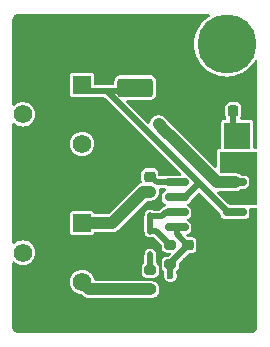
<source format=gtl>
G04 #@! TF.GenerationSoftware,KiCad,Pcbnew,8.0.1*
G04 #@! TF.CreationDate,2024-07-10T16:12:50+08:00*
G04 #@! TF.ProjectId,555Sandbox,35353553-616e-4646-926f-782e6b696361,1.0.0*
G04 #@! TF.SameCoordinates,Original*
G04 #@! TF.FileFunction,Copper,L1,Top*
G04 #@! TF.FilePolarity,Positive*
%FSLAX46Y46*%
G04 Gerber Fmt 4.6, Leading zero omitted, Abs format (unit mm)*
G04 Created by KiCad (PCBNEW 8.0.1) date 2024-07-10 16:12:50*
%MOMM*%
%LPD*%
G01*
G04 APERTURE LIST*
G04 Aperture macros list*
%AMRoundRect*
0 Rectangle with rounded corners*
0 $1 Rounding radius*
0 $2 $3 $4 $5 $6 $7 $8 $9 X,Y pos of 4 corners*
0 Add a 4 corners polygon primitive as box body*
4,1,4,$2,$3,$4,$5,$6,$7,$8,$9,$2,$3,0*
0 Add four circle primitives for the rounded corners*
1,1,$1+$1,$2,$3*
1,1,$1+$1,$4,$5*
1,1,$1+$1,$6,$7*
1,1,$1+$1,$8,$9*
0 Add four rect primitives between the rounded corners*
20,1,$1+$1,$2,$3,$4,$5,0*
20,1,$1+$1,$4,$5,$6,$7,0*
20,1,$1+$1,$6,$7,$8,$9,0*
20,1,$1+$1,$8,$9,$2,$3,0*%
G04 Aperture macros list end*
G04 #@! TA.AperFunction,SMDPad,CuDef*
%ADD10RoundRect,0.150000X0.825000X0.150000X-0.825000X0.150000X-0.825000X-0.150000X0.825000X-0.150000X0*%
G04 #@! TD*
G04 #@! TA.AperFunction,SMDPad,CuDef*
%ADD11R,2.200000X2.200000*%
G04 #@! TD*
G04 #@! TA.AperFunction,SMDPad,CuDef*
%ADD12R,2.200000X1.250000*%
G04 #@! TD*
G04 #@! TA.AperFunction,SMDPad,CuDef*
%ADD13RoundRect,0.250000X-1.250000X-0.550000X1.250000X-0.550000X1.250000X0.550000X-1.250000X0.550000X0*%
G04 #@! TD*
G04 #@! TA.AperFunction,SMDPad,CuDef*
%ADD14RoundRect,0.200000X-0.275000X0.200000X-0.275000X-0.200000X0.275000X-0.200000X0.275000X0.200000X0*%
G04 #@! TD*
G04 #@! TA.AperFunction,SMDPad,CuDef*
%ADD15RoundRect,0.225000X0.225000X0.250000X-0.225000X0.250000X-0.225000X-0.250000X0.225000X-0.250000X0*%
G04 #@! TD*
G04 #@! TA.AperFunction,SMDPad,CuDef*
%ADD16RoundRect,0.200000X0.275000X-0.200000X0.275000X0.200000X-0.275000X0.200000X-0.275000X-0.200000X0*%
G04 #@! TD*
G04 #@! TA.AperFunction,SMDPad,CuDef*
%ADD17RoundRect,0.225000X0.250000X-0.225000X0.250000X0.225000X-0.250000X0.225000X-0.250000X-0.225000X0*%
G04 #@! TD*
G04 #@! TA.AperFunction,SMDPad,CuDef*
%ADD18RoundRect,0.225000X-0.250000X0.225000X-0.250000X-0.225000X0.250000X-0.225000X0.250000X0.225000X0*%
G04 #@! TD*
G04 #@! TA.AperFunction,SMDPad,CuDef*
%ADD19RoundRect,0.112500X-0.112500X0.187500X-0.112500X-0.187500X0.112500X-0.187500X0.112500X0.187500X0*%
G04 #@! TD*
G04 #@! TA.AperFunction,ComponentPad*
%ADD20R,1.560000X1.560000*%
G04 #@! TD*
G04 #@! TA.AperFunction,ComponentPad*
%ADD21C,1.560000*%
G04 #@! TD*
G04 #@! TA.AperFunction,ComponentPad*
%ADD22C,5.000000*%
G04 #@! TD*
G04 #@! TA.AperFunction,ViaPad*
%ADD23C,0.600000*%
G04 #@! TD*
G04 #@! TA.AperFunction,Conductor*
%ADD24C,0.500000*%
G04 #@! TD*
G04 #@! TA.AperFunction,Conductor*
%ADD25C,1.000000*%
G04 #@! TD*
G04 APERTURE END LIST*
D10*
X94300000Y-85470000D03*
X94300000Y-84200000D03*
X94300000Y-82930000D03*
X94300000Y-81660000D03*
X89350000Y-81660000D03*
X89350000Y-82930000D03*
X89350000Y-84200000D03*
X89350000Y-85470000D03*
D11*
X94500000Y-77700000D03*
D12*
X94500000Y-79975000D03*
D13*
X85850000Y-73650000D03*
X90250000Y-73650000D03*
D14*
X87125000Y-89075000D03*
X87125000Y-90725000D03*
D15*
X94150000Y-75600000D03*
X92600000Y-75600000D03*
D16*
X88825000Y-88600000D03*
X88825000Y-86950000D03*
D17*
X87100000Y-81175000D03*
X87100000Y-79625000D03*
D18*
X90300000Y-86975000D03*
X90300000Y-88525000D03*
D19*
X87125000Y-82450000D03*
X87125000Y-84550000D03*
X87125000Y-85750000D03*
X87125000Y-87850000D03*
D20*
X81350000Y-73400000D03*
D21*
X76350000Y-75900000D03*
X81350000Y-78400000D03*
D22*
X93600000Y-69950000D03*
D20*
X81350000Y-85100000D03*
D21*
X76350000Y-87600000D03*
X81350000Y-90100000D03*
D23*
X95000000Y-89550000D03*
X88825000Y-89550000D03*
X87830024Y-76730024D03*
X88325000Y-77225000D03*
X89100000Y-78000000D03*
X95750000Y-86750000D03*
X94050000Y-73700000D03*
X95500000Y-75150000D03*
X94250000Y-88250000D03*
X95500000Y-73650000D03*
X95750000Y-88250000D03*
D24*
X88825000Y-89550000D02*
X88825000Y-88600000D01*
D25*
X87830024Y-76730024D02*
X88325000Y-77225000D01*
X89100000Y-78000000D02*
X88325000Y-77225000D01*
X89100000Y-78000000D02*
X92760000Y-81660000D01*
X92760000Y-81660000D02*
X94300000Y-81660000D01*
D24*
X89350000Y-86050000D02*
X89350000Y-85470000D01*
X88825000Y-88525000D02*
X90350000Y-87000000D01*
X88825000Y-88625000D02*
X88825000Y-88525000D01*
X90275000Y-86975000D02*
X89350000Y-86050000D01*
X87193502Y-81175000D02*
X86925000Y-81175000D01*
X89350000Y-81660000D02*
X87678502Y-81660000D01*
X87678502Y-81660000D02*
X87193502Y-81175000D01*
X90095000Y-82930000D02*
X91271342Y-81753658D01*
X83450000Y-73932316D02*
X93717684Y-84200000D01*
X81890000Y-73900000D02*
X81490000Y-73500000D01*
X89350000Y-82930000D02*
X90095000Y-82930000D01*
X86050000Y-74200000D02*
X85750000Y-73900000D01*
X93717684Y-84200000D02*
X94300000Y-84200000D01*
X85750000Y-73900000D02*
X81890000Y-73900000D01*
X87125000Y-84550000D02*
X87125000Y-85750000D01*
X88825000Y-86975000D02*
X88825000Y-86950000D01*
X87625000Y-85750000D02*
X87125000Y-85750000D01*
X88825000Y-86950000D02*
X87625000Y-85750000D01*
X89350000Y-84200000D02*
X88450000Y-84200000D01*
X88450000Y-84200000D02*
X88100000Y-84550000D01*
X88100000Y-84550000D02*
X87125000Y-84550000D01*
D25*
X83900000Y-85100000D02*
X81350000Y-85100000D01*
X87125000Y-82450000D02*
X86550000Y-82450000D01*
X86550000Y-82450000D02*
X83900000Y-85100000D01*
D24*
X87125000Y-87850000D02*
X87125000Y-89075000D01*
X94857684Y-82930000D02*
X94300000Y-82930000D01*
X95725000Y-79975000D02*
X95725000Y-82062684D01*
X94500000Y-79975000D02*
X95725000Y-79975000D01*
X95725000Y-82062684D02*
X94857684Y-82930000D01*
X94150000Y-75600000D02*
X94150000Y-77000000D01*
X94150000Y-77000000D02*
X94850000Y-77700000D01*
D25*
X81975000Y-90725000D02*
X87125000Y-90725000D01*
X81350000Y-90100000D02*
X81975000Y-90725000D01*
G04 #@! TA.AperFunction,Conductor*
G36*
X93374336Y-79050500D02*
G01*
X93375326Y-79050500D01*
X95625664Y-79050500D01*
X95635842Y-79050000D01*
X96075500Y-79050000D01*
X96142539Y-79069685D01*
X96188294Y-79122489D01*
X96199500Y-79174000D01*
X96199500Y-83426000D01*
X96179815Y-83493039D01*
X96127011Y-83538794D01*
X96075500Y-83550000D01*
X93826860Y-83550000D01*
X93759821Y-83530315D01*
X93739179Y-83513681D01*
X92847679Y-82622181D01*
X92814194Y-82560858D01*
X92819178Y-82491166D01*
X92861050Y-82435233D01*
X92926514Y-82410816D01*
X92935360Y-82410500D01*
X94373920Y-82410500D01*
X94471462Y-82391096D01*
X94518913Y-82381658D01*
X94655495Y-82325084D01*
X94778416Y-82242951D01*
X94778421Y-82242945D01*
X94783126Y-82239086D01*
X94784854Y-82241191D01*
X94835873Y-82213333D01*
X94862231Y-82210499D01*
X95156517Y-82210499D01*
X95156518Y-82210499D01*
X95250304Y-82195646D01*
X95363342Y-82138050D01*
X95453050Y-82048342D01*
X95510646Y-81935304D01*
X95510646Y-81935302D01*
X95510647Y-81935301D01*
X95525499Y-81841524D01*
X95525500Y-81841519D01*
X95525499Y-81478482D01*
X95510646Y-81384696D01*
X95453050Y-81271658D01*
X95453046Y-81271654D01*
X95453045Y-81271652D01*
X95363347Y-81181954D01*
X95363344Y-81181952D01*
X95363342Y-81181950D01*
X95286517Y-81142805D01*
X95250301Y-81124352D01*
X95156524Y-81109500D01*
X95156519Y-81109500D01*
X94862230Y-81109500D01*
X94795191Y-81089815D01*
X94783531Y-81080419D01*
X94783126Y-81080914D01*
X94778415Y-81077048D01*
X94655501Y-80994919D01*
X94655488Y-80994912D01*
X94518917Y-80938343D01*
X94518907Y-80938340D01*
X94373920Y-80909500D01*
X94373918Y-80909500D01*
X93124000Y-80909500D01*
X93056961Y-80889815D01*
X93011206Y-80837011D01*
X93000000Y-80785500D01*
X93000000Y-79174000D01*
X93019685Y-79106961D01*
X93072489Y-79061206D01*
X93124000Y-79050000D01*
X93364158Y-79050000D01*
X93374336Y-79050500D01*
G37*
G04 #@! TD.AperFunction*
G04 #@! TA.AperFunction,Conductor*
G36*
X92122977Y-67420185D02*
G01*
X92168732Y-67472989D01*
X92178676Y-67542147D01*
X92149651Y-67605703D01*
X92120091Y-67630614D01*
X92067126Y-67662632D01*
X92034673Y-67682251D01*
X91772744Y-67887460D01*
X91537460Y-68122744D01*
X91332251Y-68384673D01*
X91160101Y-68669445D01*
X91160100Y-68669447D01*
X91023536Y-68972880D01*
X91023530Y-68972895D01*
X90924546Y-69290550D01*
X90864563Y-69617863D01*
X90844473Y-69950000D01*
X90864563Y-70282136D01*
X90864563Y-70282141D01*
X90864564Y-70282142D01*
X90924544Y-70609441D01*
X90924545Y-70609445D01*
X90924546Y-70609449D01*
X91023530Y-70927104D01*
X91023534Y-70927116D01*
X91023537Y-70927123D01*
X91160102Y-71230557D01*
X91230616Y-71347201D01*
X91332251Y-71515326D01*
X91537460Y-71777255D01*
X91772744Y-72012539D01*
X92034673Y-72217748D01*
X92034678Y-72217751D01*
X92034682Y-72217754D01*
X92319443Y-72389898D01*
X92622877Y-72526463D01*
X92622890Y-72526467D01*
X92622895Y-72526469D01*
X92834665Y-72592458D01*
X92940559Y-72625456D01*
X93267858Y-72685436D01*
X93600000Y-72705527D01*
X93932142Y-72685436D01*
X94259441Y-72625456D01*
X94577123Y-72526463D01*
X94880557Y-72389898D01*
X95165318Y-72217754D01*
X95427252Y-72012542D01*
X95662542Y-71777252D01*
X95867754Y-71515318D01*
X95969385Y-71347198D01*
X96020911Y-71300014D01*
X96089770Y-71288175D01*
X96154099Y-71315444D01*
X96193473Y-71373162D01*
X96199500Y-71411351D01*
X96199500Y-78670500D01*
X96179815Y-78737539D01*
X96127011Y-78783294D01*
X96075500Y-78794500D01*
X95974500Y-78794500D01*
X95907461Y-78774815D01*
X95861706Y-78722011D01*
X95850500Y-78670500D01*
X95850500Y-76575323D01*
X95850499Y-76575321D01*
X95835967Y-76502264D01*
X95835966Y-76502260D01*
X95817938Y-76475279D01*
X95780601Y-76419399D01*
X95697740Y-76364034D01*
X95697739Y-76364033D01*
X95697735Y-76364032D01*
X95624677Y-76349500D01*
X95624674Y-76349500D01*
X94842773Y-76349500D01*
X94775734Y-76329815D01*
X94729979Y-76277011D01*
X94720035Y-76207853D01*
X94743506Y-76151190D01*
X94796625Y-76080230D01*
X94796624Y-76080230D01*
X94796628Y-76080226D01*
X94844412Y-75952114D01*
X94850015Y-75900000D01*
X94850499Y-75895501D01*
X94850499Y-75895490D01*
X94850500Y-75895485D01*
X94850499Y-75304516D01*
X94844412Y-75247886D01*
X94796628Y-75119774D01*
X94714687Y-75010313D01*
X94625216Y-74943336D01*
X94605228Y-74928373D01*
X94605226Y-74928372D01*
X94477114Y-74880588D01*
X94477112Y-74880587D01*
X94477110Y-74880587D01*
X94420493Y-74874500D01*
X93879518Y-74874500D01*
X93879509Y-74874501D01*
X93822885Y-74880587D01*
X93694773Y-74928372D01*
X93585313Y-75010313D01*
X93503373Y-75119771D01*
X93455587Y-75247889D01*
X93449500Y-75304498D01*
X93449500Y-75895481D01*
X93449501Y-75895490D01*
X93455587Y-75952114D01*
X93503373Y-76080228D01*
X93556494Y-76151190D01*
X93580911Y-76216654D01*
X93566059Y-76284927D01*
X93516654Y-76334332D01*
X93457227Y-76349500D01*
X93375323Y-76349500D01*
X93302264Y-76364032D01*
X93302260Y-76364033D01*
X93219399Y-76419399D01*
X93164033Y-76502260D01*
X93164032Y-76502264D01*
X93149500Y-76575321D01*
X93149500Y-78683051D01*
X93129815Y-78750090D01*
X93077011Y-78795845D01*
X93051860Y-78804217D01*
X93018173Y-78811545D01*
X93018172Y-78811546D01*
X92991807Y-78818779D01*
X92991796Y-78818783D01*
X92905181Y-78868105D01*
X92905173Y-78868111D01*
X92852371Y-78913863D01*
X92820743Y-78946640D01*
X92774534Y-79034977D01*
X92774533Y-79034977D01*
X92754851Y-79102009D01*
X92754848Y-79102021D01*
X92744500Y-79173998D01*
X92744500Y-80283769D01*
X92724815Y-80350808D01*
X92672011Y-80396563D01*
X92602853Y-80406507D01*
X92539297Y-80377482D01*
X92532819Y-80371450D01*
X89574097Y-77412728D01*
X89574074Y-77412707D01*
X88803416Y-76642048D01*
X88308445Y-76147076D01*
X88308441Y-76147073D01*
X88308440Y-76147072D01*
X88185518Y-76064940D01*
X88185516Y-76064939D01*
X88185514Y-76064938D01*
X88048936Y-76008366D01*
X88048930Y-76008364D01*
X87903943Y-75979524D01*
X87903941Y-75979524D01*
X87756107Y-75979524D01*
X87756105Y-75979524D01*
X87611117Y-76008364D01*
X87611111Y-76008366D01*
X87474533Y-76064938D01*
X87474526Y-76064942D01*
X87451652Y-76080226D01*
X87351608Y-76147072D01*
X87351606Y-76147073D01*
X87351603Y-76147076D01*
X87351602Y-76147076D01*
X87247076Y-76251602D01*
X87247076Y-76251603D01*
X87247073Y-76251606D01*
X87247072Y-76251608D01*
X87206424Y-76312442D01*
X87164942Y-76374526D01*
X87164938Y-76374533D01*
X87108366Y-76511111D01*
X87108364Y-76511117D01*
X87091945Y-76593660D01*
X87059559Y-76655571D01*
X86998843Y-76690145D01*
X86929074Y-76686404D01*
X86882647Y-76657149D01*
X85137678Y-74912180D01*
X85104193Y-74850857D01*
X85109177Y-74781165D01*
X85151049Y-74725232D01*
X85216513Y-74700815D01*
X85225359Y-74700499D01*
X85974105Y-74700499D01*
X85974117Y-74700500D01*
X85984107Y-74700500D01*
X86130326Y-74700500D01*
X86130334Y-74700499D01*
X87147871Y-74700499D01*
X87147872Y-74700499D01*
X87207483Y-74694091D01*
X87342331Y-74643796D01*
X87457546Y-74557546D01*
X87543796Y-74442331D01*
X87594091Y-74307483D01*
X87600500Y-74247873D01*
X87600499Y-73052128D01*
X87594091Y-72992517D01*
X87543796Y-72857669D01*
X87543795Y-72857668D01*
X87543793Y-72857664D01*
X87457547Y-72742455D01*
X87457544Y-72742452D01*
X87342335Y-72656206D01*
X87342328Y-72656202D01*
X87207482Y-72605908D01*
X87207483Y-72605908D01*
X87147883Y-72599501D01*
X87147881Y-72599500D01*
X87147873Y-72599500D01*
X87147864Y-72599500D01*
X84552129Y-72599500D01*
X84552123Y-72599501D01*
X84492516Y-72605908D01*
X84357671Y-72656202D01*
X84357664Y-72656206D01*
X84242455Y-72742452D01*
X84242452Y-72742455D01*
X84156206Y-72857664D01*
X84156202Y-72857671D01*
X84105908Y-72992517D01*
X84099501Y-73052116D01*
X84099501Y-73052123D01*
X84099500Y-73052135D01*
X84099500Y-73275500D01*
X84079815Y-73342539D01*
X84027011Y-73388294D01*
X83975500Y-73399500D01*
X82504500Y-73399500D01*
X82437461Y-73379815D01*
X82391706Y-73327011D01*
X82380500Y-73275500D01*
X82380500Y-72595323D01*
X82380499Y-72595321D01*
X82365967Y-72522264D01*
X82365966Y-72522260D01*
X82310601Y-72439399D01*
X82236518Y-72389899D01*
X82227739Y-72384033D01*
X82227735Y-72384032D01*
X82154677Y-72369500D01*
X82154674Y-72369500D01*
X80545326Y-72369500D01*
X80545323Y-72369500D01*
X80472264Y-72384032D01*
X80472260Y-72384033D01*
X80389399Y-72439399D01*
X80334033Y-72522260D01*
X80334032Y-72522264D01*
X80319500Y-72595321D01*
X80319500Y-74204678D01*
X80334032Y-74277735D01*
X80334033Y-74277739D01*
X80334034Y-74277740D01*
X80389399Y-74360601D01*
X80449143Y-74400520D01*
X80472260Y-74415966D01*
X80472264Y-74415967D01*
X80545321Y-74430499D01*
X80545324Y-74430500D01*
X80545326Y-74430500D01*
X82154676Y-74430500D01*
X82227740Y-74415966D01*
X82239023Y-74411293D01*
X82240499Y-74414858D01*
X82286276Y-74400520D01*
X82288501Y-74400500D01*
X83159008Y-74400500D01*
X83226047Y-74420185D01*
X83246689Y-74436819D01*
X89707689Y-80897819D01*
X89741174Y-80959142D01*
X89736190Y-81028834D01*
X89694318Y-81084767D01*
X89628854Y-81109184D01*
X89620008Y-81109500D01*
X88493482Y-81109500D01*
X88399694Y-81124354D01*
X88357243Y-81145985D01*
X88300948Y-81159500D01*
X87949499Y-81159500D01*
X87882460Y-81139815D01*
X87836705Y-81087011D01*
X87825499Y-81035500D01*
X87825499Y-80904518D01*
X87825498Y-80904509D01*
X87819412Y-80847885D01*
X87801588Y-80800101D01*
X87771628Y-80719774D01*
X87689687Y-80610313D01*
X87623911Y-80561074D01*
X87580228Y-80528373D01*
X87580226Y-80528372D01*
X87452114Y-80480588D01*
X87452112Y-80480587D01*
X87452110Y-80480587D01*
X87395493Y-80474500D01*
X86804518Y-80474500D01*
X86804509Y-80474501D01*
X86747885Y-80480587D01*
X86619773Y-80528372D01*
X86510313Y-80610313D01*
X86428373Y-80719771D01*
X86380587Y-80847889D01*
X86374500Y-80904498D01*
X86374500Y-81445481D01*
X86374501Y-81445490D01*
X86380588Y-81502116D01*
X86405237Y-81568201D01*
X86410222Y-81637892D01*
X86376738Y-81699216D01*
X86336509Y-81726096D01*
X86194509Y-81784914D01*
X86194496Y-81784921D01*
X86145269Y-81817813D01*
X86071588Y-81867044D01*
X86071580Y-81867050D01*
X83625451Y-84313181D01*
X83564128Y-84346666D01*
X83537770Y-84349500D01*
X82493040Y-84349500D01*
X82426001Y-84329815D01*
X82380246Y-84277011D01*
X82371423Y-84249691D01*
X82365967Y-84222263D01*
X82365966Y-84222260D01*
X82310601Y-84139399D01*
X82227740Y-84084034D01*
X82227739Y-84084033D01*
X82227735Y-84084032D01*
X82154677Y-84069500D01*
X82154674Y-84069500D01*
X80545326Y-84069500D01*
X80545323Y-84069500D01*
X80472264Y-84084032D01*
X80472260Y-84084033D01*
X80389399Y-84139399D01*
X80334033Y-84222260D01*
X80334032Y-84222264D01*
X80319500Y-84295321D01*
X80319500Y-85904678D01*
X80334032Y-85977735D01*
X80334033Y-85977739D01*
X80334034Y-85977740D01*
X80389399Y-86060601D01*
X80472149Y-86115892D01*
X80472260Y-86115966D01*
X80472264Y-86115967D01*
X80545321Y-86130499D01*
X80545324Y-86130500D01*
X80545326Y-86130500D01*
X82154676Y-86130500D01*
X82154677Y-86130499D01*
X82227740Y-86115966D01*
X82310601Y-86060601D01*
X82365966Y-85977740D01*
X82367118Y-85971948D01*
X82371423Y-85950309D01*
X82403807Y-85888398D01*
X82464523Y-85853824D01*
X82493040Y-85850500D01*
X83973920Y-85850500D01*
X84071462Y-85831096D01*
X84118913Y-85821658D01*
X84255495Y-85765084D01*
X84304729Y-85732186D01*
X84378416Y-85682952D01*
X86824549Y-83236819D01*
X86885872Y-83203334D01*
X86912230Y-83200500D01*
X87198920Y-83200500D01*
X87296462Y-83181096D01*
X87343913Y-83171658D01*
X87480495Y-83115084D01*
X87603416Y-83032951D01*
X87707951Y-82928416D01*
X87790084Y-82805495D01*
X87846658Y-82668913D01*
X87870481Y-82549152D01*
X87875500Y-82523920D01*
X87875500Y-82376079D01*
X87862095Y-82308692D01*
X87868322Y-82239101D01*
X87911184Y-82183923D01*
X87977074Y-82160678D01*
X87983712Y-82160500D01*
X88300948Y-82160500D01*
X88357242Y-82174015D01*
X88377850Y-82184515D01*
X88428646Y-82232488D01*
X88445442Y-82300309D01*
X88422905Y-82366444D01*
X88377852Y-82405484D01*
X88286658Y-82451950D01*
X88286657Y-82451951D01*
X88286652Y-82451954D01*
X88196954Y-82541652D01*
X88196951Y-82541657D01*
X88139352Y-82654698D01*
X88124500Y-82748475D01*
X88124500Y-83111517D01*
X88134025Y-83171656D01*
X88139354Y-83205304D01*
X88196950Y-83318342D01*
X88196952Y-83318344D01*
X88196954Y-83318347D01*
X88286652Y-83408045D01*
X88286654Y-83408046D01*
X88286658Y-83408050D01*
X88377851Y-83454515D01*
X88428647Y-83502490D01*
X88445442Y-83570311D01*
X88422904Y-83636446D01*
X88377850Y-83675485D01*
X88283112Y-83723755D01*
X88258922Y-83733042D01*
X88256820Y-83733605D01*
X88256816Y-83733606D01*
X88142689Y-83799498D01*
X88142683Y-83799502D01*
X87929005Y-84013181D01*
X87867682Y-84046666D01*
X87841324Y-84049500D01*
X87452445Y-84049500D01*
X87397984Y-84036900D01*
X87342511Y-84009780D01*
X87324869Y-84007210D01*
X87271949Y-83999500D01*
X87271943Y-83999500D01*
X86978049Y-83999500D01*
X86907493Y-84009779D01*
X86798650Y-84062989D01*
X86712988Y-84148651D01*
X86659780Y-84257488D01*
X86659780Y-84257491D01*
X86649500Y-84328051D01*
X86649500Y-84328056D01*
X86649500Y-84374480D01*
X86645275Y-84406572D01*
X86624500Y-84484106D01*
X86624500Y-85815893D01*
X86645275Y-85893429D01*
X86649500Y-85925519D01*
X86649500Y-85971949D01*
X86659779Y-86042506D01*
X86659779Y-86042507D01*
X86659780Y-86042509D01*
X86712988Y-86151347D01*
X86712989Y-86151349D01*
X86798651Y-86237011D01*
X86907488Y-86290219D01*
X86907489Y-86290219D01*
X86907491Y-86290220D01*
X86978051Y-86300500D01*
X87271948Y-86300499D01*
X87271950Y-86300499D01*
X87318988Y-86293646D01*
X87342509Y-86290220D01*
X87342510Y-86290219D01*
X87351707Y-86287378D01*
X87352302Y-86289304D01*
X87408991Y-86279615D01*
X87473293Y-86306946D01*
X87482282Y-86315096D01*
X88063181Y-86895994D01*
X88096666Y-86957317D01*
X88099500Y-86983675D01*
X88099500Y-87204269D01*
X88102353Y-87234699D01*
X88102353Y-87234701D01*
X88147206Y-87362880D01*
X88147207Y-87362882D01*
X88227850Y-87472150D01*
X88337118Y-87552793D01*
X88379845Y-87567744D01*
X88465299Y-87597646D01*
X88495730Y-87600500D01*
X88495734Y-87600500D01*
X88742324Y-87600500D01*
X88809363Y-87620185D01*
X88855118Y-87672989D01*
X88865062Y-87742147D01*
X88836037Y-87805703D01*
X88830005Y-87812181D01*
X88729005Y-87913181D01*
X88667682Y-87946666D01*
X88641324Y-87949500D01*
X88495730Y-87949500D01*
X88465300Y-87952353D01*
X88465298Y-87952353D01*
X88337119Y-87997206D01*
X88337117Y-87997207D01*
X88227850Y-88077850D01*
X88147207Y-88187117D01*
X88147206Y-88187119D01*
X88102353Y-88315298D01*
X88102353Y-88315300D01*
X88099500Y-88345730D01*
X88099500Y-88854269D01*
X88102353Y-88884699D01*
X88102353Y-88884701D01*
X88147206Y-89012880D01*
X88147207Y-89012882D01*
X88227850Y-89122150D01*
X88274134Y-89156309D01*
X88316384Y-89211954D01*
X88324500Y-89256078D01*
X88324500Y-89295124D01*
X88315062Y-89342575D01*
X88288669Y-89406293D01*
X88277928Y-89487880D01*
X88269750Y-89550000D01*
X88286574Y-89677792D01*
X88288670Y-89693708D01*
X88288671Y-89693712D01*
X88344137Y-89827622D01*
X88344138Y-89827624D01*
X88344139Y-89827625D01*
X88432379Y-89942621D01*
X88547375Y-90030861D01*
X88681291Y-90086330D01*
X88808280Y-90103048D01*
X88824999Y-90105250D01*
X88825000Y-90105250D01*
X88825001Y-90105250D01*
X88839977Y-90103278D01*
X88968709Y-90086330D01*
X89102625Y-90030861D01*
X89217621Y-89942621D01*
X89305861Y-89827625D01*
X89361330Y-89693709D01*
X89380250Y-89550000D01*
X89361330Y-89406291D01*
X89334937Y-89342572D01*
X89325500Y-89295124D01*
X89325500Y-89256078D01*
X89345185Y-89189039D01*
X89375864Y-89156310D01*
X89422150Y-89122150D01*
X89502793Y-89012882D01*
X89525219Y-88948790D01*
X89547646Y-88884701D01*
X89547646Y-88884699D01*
X89550500Y-88854269D01*
X89550500Y-88558675D01*
X89570185Y-88491636D01*
X89586815Y-88470998D01*
X90345995Y-87711817D01*
X90407318Y-87678333D01*
X90433676Y-87675499D01*
X90595481Y-87675499D01*
X90595484Y-87675499D01*
X90652114Y-87669412D01*
X90780226Y-87621628D01*
X90889687Y-87539687D01*
X90971628Y-87430226D01*
X91019412Y-87302114D01*
X91021687Y-87280944D01*
X91025499Y-87245501D01*
X91025499Y-87245494D01*
X91025500Y-87245485D01*
X91025499Y-86704516D01*
X91019412Y-86647886D01*
X91017715Y-86643337D01*
X90988315Y-86564514D01*
X90971628Y-86519774D01*
X90889687Y-86410313D01*
X90823911Y-86361074D01*
X90780228Y-86328373D01*
X90780226Y-86328372D01*
X90652114Y-86280588D01*
X90652112Y-86280587D01*
X90652110Y-86280587D01*
X90595501Y-86274500D01*
X90595485Y-86274500D01*
X90333676Y-86274500D01*
X90266637Y-86254815D01*
X90245995Y-86238181D01*
X90224763Y-86216949D01*
X90191278Y-86155626D01*
X90196262Y-86085934D01*
X90238134Y-86030001D01*
X90293049Y-86006794D01*
X90300304Y-86005646D01*
X90413342Y-85948050D01*
X90503050Y-85858342D01*
X90560646Y-85745304D01*
X90560646Y-85745302D01*
X90560647Y-85745301D01*
X90575499Y-85651524D01*
X90575500Y-85651519D01*
X90575499Y-85288482D01*
X90560646Y-85194696D01*
X90503050Y-85081658D01*
X90503046Y-85081654D01*
X90503045Y-85081652D01*
X90413347Y-84991954D01*
X90413343Y-84991951D01*
X90413342Y-84991950D01*
X90410599Y-84990552D01*
X90322147Y-84945483D01*
X90271352Y-84897509D01*
X90254557Y-84829687D01*
X90277095Y-84763553D01*
X90322145Y-84724517D01*
X90413342Y-84678050D01*
X90503050Y-84588342D01*
X90560646Y-84475304D01*
X90560646Y-84475302D01*
X90560647Y-84475301D01*
X90575499Y-84381524D01*
X90575500Y-84381519D01*
X90575499Y-84018482D01*
X90560646Y-83924696D01*
X90503050Y-83811658D01*
X90503046Y-83811654D01*
X90503045Y-83811652D01*
X90413347Y-83721954D01*
X90413343Y-83721951D01*
X90413342Y-83721950D01*
X90410599Y-83720552D01*
X90322147Y-83675483D01*
X90271352Y-83627509D01*
X90254557Y-83559687D01*
X90277095Y-83493553D01*
X90322145Y-83454517D01*
X90413342Y-83408050D01*
X90503050Y-83318342D01*
X90560646Y-83205304D01*
X90560646Y-83205299D01*
X90563660Y-83196026D01*
X90564975Y-83196453D01*
X90590501Y-83142598D01*
X90595353Y-83137459D01*
X91183664Y-82549149D01*
X91244983Y-82515667D01*
X91314675Y-82520651D01*
X91359022Y-82549152D01*
X93038181Y-84228311D01*
X93071666Y-84289634D01*
X93074500Y-84315990D01*
X93074500Y-84381516D01*
X93084649Y-84445596D01*
X93089354Y-84475304D01*
X93146950Y-84588342D01*
X93146952Y-84588344D01*
X93146954Y-84588347D01*
X93236652Y-84678045D01*
X93236654Y-84678046D01*
X93236658Y-84678050D01*
X93349694Y-84735645D01*
X93349698Y-84735647D01*
X93443475Y-84750499D01*
X93443481Y-84750500D01*
X95156518Y-84750499D01*
X95250304Y-84735646D01*
X95363342Y-84678050D01*
X95453050Y-84588342D01*
X95510646Y-84475304D01*
X95510646Y-84475302D01*
X95510647Y-84475301D01*
X95525499Y-84381524D01*
X95525500Y-84381519D01*
X95525499Y-84018482D01*
X95525499Y-84018476D01*
X95514479Y-83948897D01*
X95523434Y-83879604D01*
X95568430Y-83826152D01*
X95635182Y-83805513D01*
X95636952Y-83805500D01*
X96075500Y-83805500D01*
X96142539Y-83825185D01*
X96188294Y-83877989D01*
X96199500Y-83929500D01*
X96199500Y-93893038D01*
X96198720Y-93906923D01*
X96188540Y-93997264D01*
X96182362Y-94024333D01*
X96154648Y-94103537D01*
X96142600Y-94128555D01*
X96097957Y-94199604D01*
X96080644Y-94221313D01*
X96021313Y-94280644D01*
X95999604Y-94297957D01*
X95928555Y-94342600D01*
X95903537Y-94354648D01*
X95824333Y-94382362D01*
X95797264Y-94388540D01*
X95717075Y-94397576D01*
X95706921Y-94398720D01*
X95693038Y-94399500D01*
X75956929Y-94399500D01*
X75943108Y-94398727D01*
X75851596Y-94388463D01*
X75824640Y-94382340D01*
X75744255Y-94354349D01*
X75719326Y-94342406D01*
X75647138Y-94297302D01*
X75625479Y-94280137D01*
X75565073Y-94220158D01*
X75547756Y-94198622D01*
X75502143Y-94126760D01*
X75490023Y-94101916D01*
X75461461Y-94021728D01*
X75455149Y-93994831D01*
X75451372Y-93963184D01*
X75450500Y-93948500D01*
X75450500Y-90100000D01*
X80314514Y-90100000D01*
X80334410Y-90302011D01*
X80393337Y-90496267D01*
X80489021Y-90675279D01*
X80489025Y-90675286D01*
X80617800Y-90832199D01*
X80774713Y-90960974D01*
X80774720Y-90960978D01*
X80953732Y-91056662D01*
X80953734Y-91056662D01*
X80953737Y-91056664D01*
X81147987Y-91115589D01*
X81147986Y-91115589D01*
X81190759Y-91119801D01*
X81277137Y-91128309D01*
X81341924Y-91154470D01*
X81352664Y-91164031D01*
X81392048Y-91203415D01*
X81392049Y-91203416D01*
X81496584Y-91307951D01*
X81496585Y-91307952D01*
X81619498Y-91390080D01*
X81619511Y-91390087D01*
X81756082Y-91446656D01*
X81756087Y-91446658D01*
X81756091Y-91446658D01*
X81756092Y-91446659D01*
X81901079Y-91475500D01*
X81901082Y-91475500D01*
X87198920Y-91475500D01*
X87296462Y-91456096D01*
X87343913Y-91446658D01*
X87480495Y-91390084D01*
X87517582Y-91365302D01*
X87545511Y-91351366D01*
X87612882Y-91327793D01*
X87722150Y-91247150D01*
X87802793Y-91137882D01*
X87831213Y-91056662D01*
X87847646Y-91009701D01*
X87847646Y-91009699D01*
X87850500Y-90979269D01*
X87850500Y-90936810D01*
X87852883Y-90912618D01*
X87875500Y-90798920D01*
X87875500Y-90651079D01*
X87852883Y-90537380D01*
X87850500Y-90513188D01*
X87850500Y-90470730D01*
X87847646Y-90440300D01*
X87847646Y-90440298D01*
X87802793Y-90312119D01*
X87802792Y-90312117D01*
X87795335Y-90302013D01*
X87722150Y-90202850D01*
X87612882Y-90122207D01*
X87612880Y-90122206D01*
X87545516Y-90098634D01*
X87517584Y-90084697D01*
X87480495Y-90059916D01*
X87480493Y-90059915D01*
X87480491Y-90059914D01*
X87343913Y-90003342D01*
X87343907Y-90003340D01*
X87198920Y-89974500D01*
X87198918Y-89974500D01*
X82480764Y-89974500D01*
X82413725Y-89954815D01*
X82367970Y-89902011D01*
X82362103Y-89886496D01*
X82344244Y-89827622D01*
X82306664Y-89703737D01*
X82306661Y-89703733D01*
X82306661Y-89703730D01*
X82210978Y-89524720D01*
X82210974Y-89524713D01*
X82082199Y-89367800D01*
X82035249Y-89329269D01*
X86399500Y-89329269D01*
X86402353Y-89359699D01*
X86402353Y-89359701D01*
X86447206Y-89487880D01*
X86447207Y-89487882D01*
X86527850Y-89597150D01*
X86637118Y-89677793D01*
X86679845Y-89692744D01*
X86765299Y-89722646D01*
X86795730Y-89725500D01*
X86795734Y-89725500D01*
X87454270Y-89725500D01*
X87484699Y-89722646D01*
X87484701Y-89722646D01*
X87548790Y-89700219D01*
X87612882Y-89677793D01*
X87722150Y-89597150D01*
X87802793Y-89487882D01*
X87831343Y-89406291D01*
X87847646Y-89359701D01*
X87847646Y-89359699D01*
X87850500Y-89329269D01*
X87850500Y-88820730D01*
X87847646Y-88790300D01*
X87847646Y-88790298D01*
X87802793Y-88662119D01*
X87802792Y-88662117D01*
X87722150Y-88552850D01*
X87722146Y-88552847D01*
X87675866Y-88518690D01*
X87633615Y-88463042D01*
X87625500Y-88418920D01*
X87625500Y-87784110D01*
X87625500Y-87784108D01*
X87604724Y-87706570D01*
X87600499Y-87674477D01*
X87600499Y-87628049D01*
X87590220Y-87557493D01*
X87590220Y-87557491D01*
X87537012Y-87448653D01*
X87537010Y-87448651D01*
X87537010Y-87448650D01*
X87451348Y-87362988D01*
X87342511Y-87309780D01*
X87324869Y-87307210D01*
X87271949Y-87299500D01*
X87271943Y-87299500D01*
X86978049Y-87299500D01*
X86907493Y-87309779D01*
X86798650Y-87362989D01*
X86712988Y-87448651D01*
X86659780Y-87557488D01*
X86655925Y-87583951D01*
X86649500Y-87628051D01*
X86649500Y-87628056D01*
X86649500Y-87674480D01*
X86645275Y-87706572D01*
X86624500Y-87784106D01*
X86624500Y-88418920D01*
X86604815Y-88485959D01*
X86574134Y-88518690D01*
X86527853Y-88552847D01*
X86527850Y-88552850D01*
X86447207Y-88662117D01*
X86447206Y-88662119D01*
X86402353Y-88790298D01*
X86402353Y-88790300D01*
X86399500Y-88820730D01*
X86399500Y-89329269D01*
X82035249Y-89329269D01*
X81925286Y-89239025D01*
X81925279Y-89239021D01*
X81746267Y-89143337D01*
X81649138Y-89113873D01*
X81552013Y-89084411D01*
X81552011Y-89084410D01*
X81552013Y-89084410D01*
X81350000Y-89064514D01*
X81147988Y-89084410D01*
X80953732Y-89143337D01*
X80774720Y-89239021D01*
X80774713Y-89239025D01*
X80617800Y-89367800D01*
X80489025Y-89524713D01*
X80489021Y-89524720D01*
X80393337Y-89703732D01*
X80334410Y-89897988D01*
X80314514Y-90100000D01*
X75450500Y-90100000D01*
X75450500Y-88457075D01*
X75470185Y-88390036D01*
X75522989Y-88344281D01*
X75592147Y-88334337D01*
X75653165Y-88361222D01*
X75774713Y-88460974D01*
X75774720Y-88460978D01*
X75953732Y-88556662D01*
X75953734Y-88556662D01*
X75953737Y-88556664D01*
X76147987Y-88615589D01*
X76147986Y-88615589D01*
X76166099Y-88617372D01*
X76350000Y-88635486D01*
X76552013Y-88615589D01*
X76746263Y-88556664D01*
X76925285Y-88460975D01*
X77082199Y-88332199D01*
X77210975Y-88175285D01*
X77268388Y-88067871D01*
X77306662Y-87996267D01*
X77306662Y-87996266D01*
X77306664Y-87996263D01*
X77365589Y-87802013D01*
X77385486Y-87600000D01*
X77365589Y-87397987D01*
X77306664Y-87203737D01*
X77306662Y-87203734D01*
X77306662Y-87203732D01*
X77210978Y-87024720D01*
X77210974Y-87024713D01*
X77082199Y-86867800D01*
X76925286Y-86739025D01*
X76925279Y-86739021D01*
X76746267Y-86643337D01*
X76649138Y-86613873D01*
X76552013Y-86584411D01*
X76552011Y-86584410D01*
X76552013Y-86584410D01*
X76350000Y-86564514D01*
X76147988Y-86584410D01*
X75953732Y-86643337D01*
X75774720Y-86739021D01*
X75774714Y-86739025D01*
X75653164Y-86838778D01*
X75588854Y-86866090D01*
X75519987Y-86854299D01*
X75468427Y-86807146D01*
X75450500Y-86742924D01*
X75450500Y-78400000D01*
X80314514Y-78400000D01*
X80334410Y-78602011D01*
X80393337Y-78796267D01*
X80489021Y-78975279D01*
X80489025Y-78975286D01*
X80617800Y-79132199D01*
X80774713Y-79260974D01*
X80774720Y-79260978D01*
X80953732Y-79356662D01*
X80953734Y-79356662D01*
X80953737Y-79356664D01*
X81147987Y-79415589D01*
X81147986Y-79415589D01*
X81166099Y-79417372D01*
X81350000Y-79435486D01*
X81552013Y-79415589D01*
X81746263Y-79356664D01*
X81925285Y-79260975D01*
X82082199Y-79132199D01*
X82210975Y-78975285D01*
X82306664Y-78796263D01*
X82365589Y-78602013D01*
X82385486Y-78400000D01*
X82365589Y-78197987D01*
X82306664Y-78003737D01*
X82306662Y-78003734D01*
X82306662Y-78003732D01*
X82210978Y-77824720D01*
X82210974Y-77824713D01*
X82082199Y-77667800D01*
X81925286Y-77539025D01*
X81925279Y-77539021D01*
X81746267Y-77443337D01*
X81645293Y-77412707D01*
X81552013Y-77384411D01*
X81552011Y-77384410D01*
X81552013Y-77384410D01*
X81350000Y-77364514D01*
X81147988Y-77384410D01*
X80953732Y-77443337D01*
X80774720Y-77539021D01*
X80774713Y-77539025D01*
X80617800Y-77667800D01*
X80489025Y-77824713D01*
X80489021Y-77824720D01*
X80393337Y-78003732D01*
X80334410Y-78197988D01*
X80314514Y-78400000D01*
X75450500Y-78400000D01*
X75450500Y-76757075D01*
X75470185Y-76690036D01*
X75522989Y-76644281D01*
X75592147Y-76634337D01*
X75653165Y-76661222D01*
X75774713Y-76760974D01*
X75774720Y-76760978D01*
X75953732Y-76856662D01*
X75953734Y-76856662D01*
X75953737Y-76856664D01*
X76147987Y-76915589D01*
X76147986Y-76915589D01*
X76166099Y-76917372D01*
X76350000Y-76935486D01*
X76552013Y-76915589D01*
X76746263Y-76856664D01*
X76925285Y-76760975D01*
X77082199Y-76632199D01*
X77210975Y-76475285D01*
X77306664Y-76296263D01*
X77365589Y-76102013D01*
X77385486Y-75900000D01*
X77365589Y-75697987D01*
X77306664Y-75503737D01*
X77306662Y-75503734D01*
X77306662Y-75503732D01*
X77210978Y-75324720D01*
X77210974Y-75324713D01*
X77082199Y-75167800D01*
X76925286Y-75039025D01*
X76925279Y-75039021D01*
X76746267Y-74943337D01*
X76643555Y-74912180D01*
X76552013Y-74884411D01*
X76552011Y-74884410D01*
X76552013Y-74884410D01*
X76350000Y-74864514D01*
X76147988Y-74884410D01*
X75953732Y-74943337D01*
X75774720Y-75039021D01*
X75774714Y-75039025D01*
X75653164Y-75138778D01*
X75588854Y-75166090D01*
X75519987Y-75154299D01*
X75468427Y-75107146D01*
X75450500Y-75042924D01*
X75450500Y-67906961D01*
X75451280Y-67893077D01*
X75451913Y-67887458D01*
X75461459Y-67802731D01*
X75467635Y-67775670D01*
X75495353Y-67696456D01*
X75507396Y-67671450D01*
X75552046Y-67600389D01*
X75569351Y-67578690D01*
X75628690Y-67519351D01*
X75650389Y-67502046D01*
X75721450Y-67457396D01*
X75746456Y-67445353D01*
X75825670Y-67417635D01*
X75852733Y-67411459D01*
X75915419Y-67404396D01*
X75943079Y-67401280D01*
X75956962Y-67400500D01*
X76015892Y-67400500D01*
X92055938Y-67400500D01*
X92122977Y-67420185D01*
G37*
G04 #@! TD.AperFunction*
M02*

</source>
